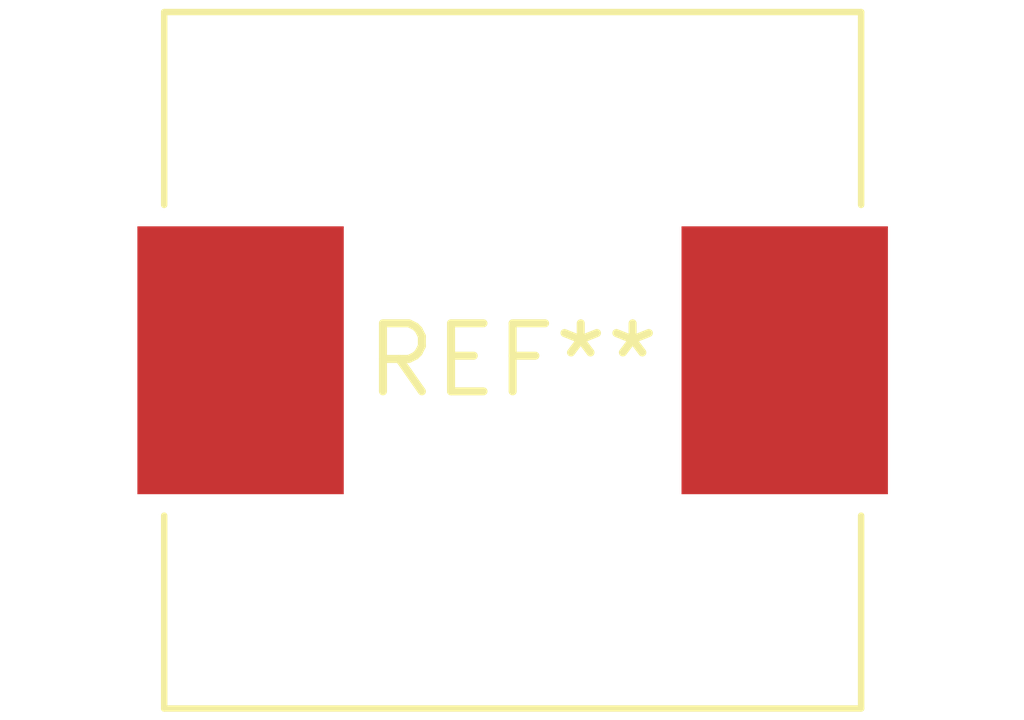
<source format=kicad_pcb>
(kicad_pcb (version 20240108) (generator pcbnew)
  (layers (0 "F.Cu" signal) (31 "B.Cu" signal) (34 "B.Paste" user) (35 "F.Paste" user) (36 "B.SilkS" user "B.Silkscreen") (37 "F.SilkS" user "F.Silkscreen") (38 "B.Mask" user) (39 "F.Mask" user) (44 "Edge.Cuts" user))
  (net 0 "")
  (footprint "L_Wuerth_HCI-1335" (layer "F.Cu") (at 0 0)
    (property "Reference" "REF**")
    (property "Value" "L_Wuerth_HCI-1335")
    (fp_line (start -6.5 -6.5) (end 6.5 -6.5) (layer "F.SilkS") (stroke (width 0.12)))
    (fp_line (start -6.5 -2.9) (end -6.5 -6.5) (layer "F.SilkS") (stroke (width 0.12)))
    (fp_line (start -6.5 2.9) (end -6.5 6.5) (layer "F.SilkS") (stroke (width 0.12)))
    (fp_line (start -6.5 6.5) (end 6.5 6.5) (layer "F.SilkS") (stroke (width 0.12)))
    (fp_line (start 6.5 -6.5) (end 6.5 -2.9) (layer "F.SilkS") (stroke (width 0.12)))
    (fp_line (start 6.5 6.5) (end 6.5 2.9) (layer "F.SilkS") (stroke (width 0.12)))
    (pad "1" smd rect (at -5.075 0) (size 3.85 5) (layers "F.Cu" "F.Paste" "F.Mask"))
    (pad "2" smd rect (at 5.075 0) (size 3.85 5) (layers "F.Cu" "F.Paste" "F.Mask"))
  )
)
</source>
